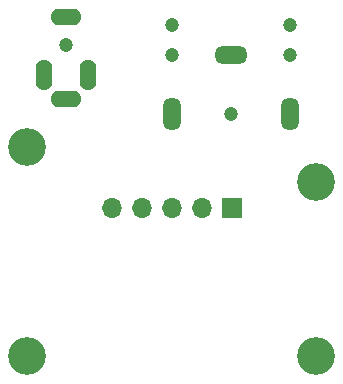
<source format=gts>
%TF.GenerationSoftware,KiCad,Pcbnew,6.0.4-6f826c9f35~116~ubuntu18.04.1*%
%TF.CreationDate,2023-11-26T11:12:56-05:00*%
%TF.ProjectId,SH101_IO,53483130-315f-4494-9f2e-6b696361645f,rev?*%
%TF.SameCoordinates,Original*%
%TF.FileFunction,Soldermask,Top*%
%TF.FilePolarity,Negative*%
%FSLAX46Y46*%
G04 Gerber Fmt 4.6, Leading zero omitted, Abs format (unit mm)*
G04 Created by KiCad (PCBNEW 6.0.4-6f826c9f35~116~ubuntu18.04.1) date 2023-11-26 11:12:56*
%MOMM*%
%LPD*%
G01*
G04 APERTURE LIST*
%ADD10C,3.200000*%
%ADD11O,1.700000X1.700000*%
%ADD12R,1.700000X1.700000*%
%ADD13C,1.200000*%
%ADD14O,2.620000X1.412000*%
%ADD15O,1.412000X2.620000*%
%ADD16O,1.512000X2.820000*%
%ADD17O,2.820000X1.512000*%
G04 APERTURE END LIST*
D10*
%TO.C,REF\u002A\u002A*%
X77775000Y-30075000D03*
%TD*%
%TO.C,REF\u002A\u002A*%
X53275000Y-30075000D03*
%TD*%
%TO.C,REF\u002A\u002A*%
X77775000Y-15350000D03*
%TD*%
%TO.C,REF\u002A\u002A*%
X53275000Y-12350000D03*
%TD*%
D11*
%TO.C,J3*%
X60434250Y-17587500D03*
X62974250Y-17587500D03*
X65514250Y-17587500D03*
X68054250Y-17587500D03*
D12*
X70594250Y-17587500D03*
%TD*%
D13*
%TO.C,J2*%
X56553950Y-3787500D03*
D14*
X56553950Y-8287500D03*
X56553950Y-1387500D03*
D15*
X58403950Y-6287500D03*
X54703950Y-6287500D03*
%TD*%
D13*
%TO.C,J1*%
X65519250Y-4587500D03*
X70519250Y-9587500D03*
X75519250Y-2087500D03*
X75519250Y-4587500D03*
X65519250Y-2087500D03*
D16*
X75519250Y-9587500D03*
D17*
X70519250Y-4587500D03*
D16*
X65519250Y-9587500D03*
%TD*%
M02*

</source>
